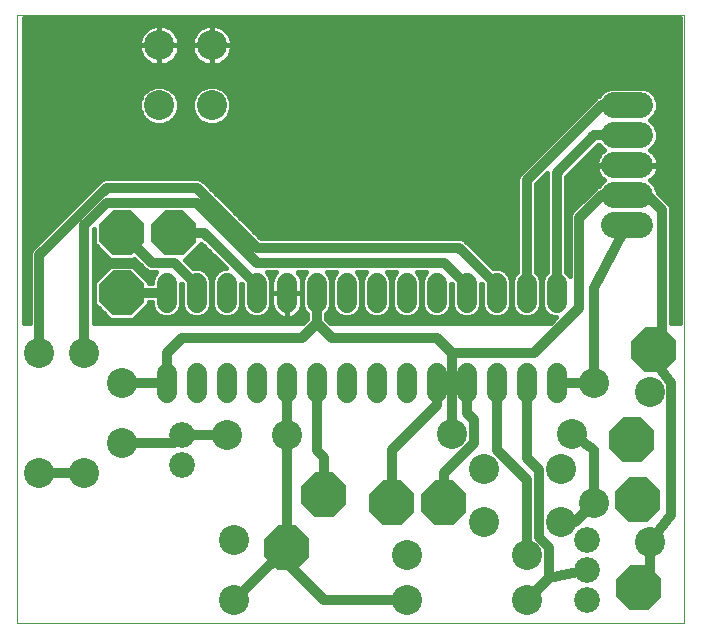
<source format=gbl>
G75*
G71*
%OFA0B0*%
%FSLAX33Y33*%
%IPPOS*%
%LPD*%
%AMOC8*
5,1,8,0,0,1.08239X$1,22.5*
%
%ADD10C, 0.000*%
%ADD11C, 2.540*%
%ADD12C, 2.184*%
%ADD13C, 1.676*%
%ADD14C, 2.184*%
%ADD15OC8, 3.810*%
%ADD16C, 0.406*%
%ADD17C, 0.813*%
D10*
X-059055Y002540D02*
X-002540Y002540D01*
X-002540Y053975D01*
X-059055Y053975D01*
X-059055Y002540D01*
D11*
X-040640Y004445D03*
X-026035Y004445D03*
X-015875Y004445D03*
X-015875Y008255D03*
X-026035Y008255D03*
X-005461Y009398D03*
X-040640Y009525D03*
X-019507Y011074D03*
X-013005Y011074D03*
X-010160Y012700D03*
X-053340Y015240D03*
X-057150Y015240D03*
X-019507Y015596D03*
X-013005Y015596D03*
X-050165Y017780D03*
X-041275Y018415D03*
X-036195Y018415D03*
X-022225Y018542D03*
X-012065Y018542D03*
X-005461Y022098D03*
X-010160Y022860D03*
X-050165Y022860D03*
X-053340Y025400D03*
X-057150Y025400D03*
X-046990Y046355D03*
X-042545Y046355D03*
X-042545Y051435D03*
X-046990Y051435D03*
D12*
X-008458Y046355D02*
X-006274Y046355D01*
X-006274Y043815D02*
X-008458Y043815D01*
X-008458Y041275D02*
X-006274Y041275D01*
X-006274Y038735D02*
X-008458Y038735D01*
X-008458Y036195D02*
X-006274Y036195D01*
D13*
X-013335Y031318D02*
X-013335Y029642D01*
X-015875Y029642D02*
X-015875Y031318D01*
X-018415Y031318D02*
X-018415Y029642D01*
X-020955Y029642D02*
X-020955Y031318D01*
X-023495Y031318D02*
X-023495Y029642D01*
X-026035Y029642D02*
X-026035Y031318D01*
X-028575Y031318D02*
X-028575Y029642D01*
X-031115Y029642D02*
X-031115Y031318D01*
X-033655Y031318D02*
X-033655Y029642D01*
X-036195Y029642D02*
X-036195Y031318D01*
X-038735Y031318D02*
X-038735Y029642D01*
X-041275Y029642D02*
X-041275Y031318D01*
X-043815Y031318D02*
X-043815Y029642D01*
X-046355Y029642D02*
X-046355Y031318D01*
X-046355Y023698D02*
X-046355Y022022D01*
X-043815Y022022D02*
X-043815Y023698D01*
X-041275Y023698D02*
X-041275Y022022D01*
X-038735Y022022D02*
X-038735Y023698D01*
X-036195Y023698D02*
X-036195Y022022D01*
X-033655Y022022D02*
X-033655Y023698D01*
X-031115Y023698D02*
X-031115Y022022D01*
X-028575Y022022D02*
X-028575Y023698D01*
X-026035Y023698D02*
X-026035Y022022D01*
X-023495Y022022D02*
X-023495Y023698D01*
X-020955Y023698D02*
X-020955Y022022D01*
X-018415Y022022D02*
X-018415Y023698D01*
X-015875Y023698D02*
X-015875Y022022D01*
X-013335Y022022D02*
X-013335Y023698D01*
D14*
X-045085Y018415D03*
X-045085Y015875D03*
X-010795Y009525D03*
X-010795Y006985D03*
X-010795Y004445D03*
D15*
X-006350Y005461D03*
X-036195Y008890D03*
X-027305Y012700D03*
X-022860Y012700D03*
X-033020Y013335D03*
X-006477Y012954D03*
X-006985Y018034D03*
X-005080Y025654D03*
X-050165Y030480D03*
X-050165Y035560D03*
X-045720Y035560D03*
D16*
X-043409Y034639D02*
X-043409Y034603D01*
X-044763Y033249D01*
X-044799Y033249D01*
X-044098Y032548D01*
X-044063Y032563D01*
X-043567Y032563D01*
X-043110Y032373D01*
X-042760Y032023D01*
X-042570Y031566D01*
X-042570Y029394D01*
X-042760Y028937D01*
X-043110Y028587D01*
X-043567Y028397D01*
X-044063Y028397D01*
X-044520Y028587D01*
X-044870Y028937D01*
X-045060Y029394D01*
X-045060Y031210D01*
X-045110Y031261D01*
X-045110Y029394D01*
X-045300Y028937D01*
X-045650Y028587D01*
X-046107Y028397D01*
X-046603Y028397D01*
X-047060Y028587D01*
X-047410Y028937D01*
X-047600Y029394D01*
X-047600Y029667D01*
X-047854Y029667D01*
X-047854Y029523D01*
X-049208Y028169D01*
X-051122Y028169D01*
X-052476Y029523D01*
X-052476Y031437D01*
X-051122Y032791D01*
X-049208Y032791D01*
X-047854Y031437D01*
X-047854Y031293D01*
X-047600Y031293D01*
X-047600Y031566D01*
X-047410Y032023D01*
X-047226Y032207D01*
X-047787Y032207D01*
X-048085Y032331D01*
X-049105Y033351D01*
X-049208Y033249D01*
X-051122Y033249D01*
X-052476Y034603D01*
X-052476Y035909D01*
X-052527Y035858D01*
X-052527Y027940D01*
X-034804Y027940D01*
X-034468Y028277D01*
X-034468Y028694D01*
X-034710Y028937D01*
X-034900Y029394D01*
X-034900Y031566D01*
X-034710Y032023D01*
X-034526Y032207D01*
X-035252Y032207D01*
X-035207Y032162D01*
X-035087Y031997D01*
X-034995Y031815D01*
X-034931Y031622D01*
X-034900Y031420D01*
X-034900Y030480D01*
X-034900Y029540D01*
X-034931Y029338D01*
X-034995Y029145D01*
X-035087Y028963D01*
X-035207Y028798D01*
X-035351Y028654D01*
X-035516Y028534D01*
X-035698Y028441D01*
X-035892Y028378D01*
X-036093Y028346D01*
X-036195Y028346D01*
X-036195Y030480D01*
X-037490Y030480D01*
X-037490Y031420D01*
X-037459Y031622D01*
X-037395Y031815D01*
X-037303Y031997D01*
X-037183Y032162D01*
X-037138Y032207D01*
X-037864Y032207D01*
X-037680Y032023D01*
X-037490Y031566D01*
X-037490Y029394D01*
X-037680Y028937D01*
X-038030Y028587D01*
X-038487Y028397D01*
X-038983Y028397D01*
X-039440Y028587D01*
X-039790Y028937D01*
X-039980Y029394D01*
X-039980Y031210D01*
X-040030Y031261D01*
X-040030Y029394D01*
X-040220Y028937D01*
X-040570Y028587D01*
X-041027Y028397D01*
X-041523Y028397D01*
X-041980Y028587D01*
X-042330Y028937D01*
X-042520Y029394D01*
X-042520Y031566D01*
X-042330Y032023D01*
X-041980Y032373D01*
X-041523Y032563D01*
X-041332Y032563D01*
X-043409Y034639D01*
X-043595Y034417D02*
X-043186Y034417D01*
X-042781Y034012D02*
X-044000Y034012D01*
X-044404Y033607D02*
X-042376Y033607D01*
X-041971Y033202D02*
X-044752Y033202D01*
X-044347Y032797D02*
X-041566Y032797D01*
X-041935Y032392D02*
X-043155Y032392D01*
X-042745Y031987D02*
X-042345Y031987D01*
X-042513Y031582D02*
X-042577Y031582D01*
X-042570Y031177D02*
X-042520Y031177D01*
X-042520Y030772D02*
X-042570Y030772D01*
X-042570Y030367D02*
X-042520Y030367D01*
X-042520Y029963D02*
X-042570Y029963D01*
X-042570Y029558D02*
X-042520Y029558D01*
X-042420Y029153D02*
X-042670Y029153D01*
X-042949Y028748D02*
X-042141Y028748D01*
X-040409Y028748D02*
X-039601Y028748D01*
X-039880Y029153D02*
X-040130Y029153D01*
X-040030Y029558D02*
X-039980Y029558D01*
X-039980Y029963D02*
X-040030Y029963D01*
X-040030Y030367D02*
X-039980Y030367D01*
X-039980Y030772D02*
X-040030Y030772D01*
X-040030Y031177D02*
X-039980Y031177D01*
X-037665Y031987D02*
X-037308Y031987D01*
X-037465Y031582D02*
X-037497Y031582D01*
X-037490Y031177D02*
X-037490Y031177D01*
X-037490Y030772D02*
X-037490Y030772D01*
X-037490Y030480D02*
X-036195Y030480D01*
X-036195Y030480D01*
X-036195Y028346D01*
X-036297Y028346D01*
X-036498Y028378D01*
X-036692Y028441D01*
X-036874Y028534D01*
X-037039Y028654D01*
X-037183Y028798D01*
X-037303Y028963D01*
X-037395Y029145D01*
X-037459Y029338D01*
X-037490Y029540D01*
X-037490Y030480D01*
X-037490Y030367D02*
X-037490Y030367D01*
X-037490Y029963D02*
X-037490Y029963D01*
X-037490Y029558D02*
X-037490Y029558D01*
X-037398Y029153D02*
X-037590Y029153D01*
X-037869Y028748D02*
X-037133Y028748D01*
X-036195Y028748D02*
X-036195Y028748D01*
X-036195Y029153D02*
X-036195Y029153D01*
X-036195Y029558D02*
X-036195Y029558D01*
X-036195Y029963D02*
X-036195Y029963D01*
X-036195Y030367D02*
X-036195Y030367D01*
X-036195Y030480D02*
X-036195Y030480D01*
X-036195Y030480D01*
X-034900Y030480D01*
X-036195Y030480D01*
X-034900Y030367D02*
X-034900Y030367D01*
X-034900Y029963D02*
X-034900Y029963D01*
X-034900Y029558D02*
X-034900Y029558D01*
X-034992Y029153D02*
X-034800Y029153D01*
X-034521Y028748D02*
X-035257Y028748D01*
X-034468Y028343D02*
X-049033Y028343D01*
X-048628Y028748D02*
X-047221Y028748D01*
X-047500Y029153D02*
X-048223Y029153D01*
X-047854Y029558D02*
X-047600Y029558D01*
X-045489Y028748D02*
X-044681Y028748D01*
X-044960Y029153D02*
X-045210Y029153D01*
X-045110Y029558D02*
X-045060Y029558D01*
X-045060Y029963D02*
X-045110Y029963D01*
X-045110Y030367D02*
X-045060Y030367D01*
X-045060Y030772D02*
X-045110Y030772D01*
X-045110Y031177D02*
X-045060Y031177D01*
X-047425Y031987D02*
X-048403Y031987D01*
X-048146Y032392D02*
X-048808Y032392D01*
X-048551Y032797D02*
X-052527Y032797D01*
X-052527Y033202D02*
X-048956Y033202D01*
X-051481Y033607D02*
X-052527Y033607D01*
X-052527Y034012D02*
X-051885Y034012D01*
X-052290Y034417D02*
X-052527Y034417D01*
X-052527Y034821D02*
X-052476Y034821D01*
X-052476Y035226D02*
X-052527Y035226D01*
X-052527Y035631D02*
X-052476Y035631D01*
X-055513Y036441D02*
X-058420Y036441D01*
X-058420Y036036D02*
X-055918Y036036D01*
X-056323Y035631D02*
X-058420Y035631D01*
X-058420Y035226D02*
X-056728Y035226D01*
X-057133Y034821D02*
X-058420Y034821D01*
X-058420Y034417D02*
X-057538Y034417D01*
X-057610Y034344D02*
X-051895Y040059D01*
X-051597Y040183D01*
X-043653Y040183D01*
X-043355Y040059D01*
X-043126Y039830D01*
X-038398Y035103D01*
X-021428Y035103D01*
X-021130Y034979D01*
X-020901Y034750D01*
X-018698Y032548D01*
X-018663Y032563D01*
X-018167Y032563D01*
X-017710Y032373D01*
X-017360Y032023D01*
X-017170Y031566D01*
X-017170Y029394D01*
X-017360Y028937D01*
X-017710Y028587D01*
X-018167Y028397D01*
X-018663Y028397D01*
X-019120Y028587D01*
X-019470Y028937D01*
X-019660Y029394D01*
X-019660Y031210D01*
X-019710Y031261D01*
X-019710Y029394D01*
X-019900Y028937D01*
X-020250Y028587D01*
X-020707Y028397D01*
X-021203Y028397D01*
X-021660Y028587D01*
X-022010Y028937D01*
X-022200Y029394D01*
X-022200Y031210D01*
X-022250Y031261D01*
X-022250Y029394D01*
X-022440Y028937D01*
X-022790Y028587D01*
X-023247Y028397D01*
X-023743Y028397D01*
X-024200Y028587D01*
X-024550Y028937D01*
X-024740Y029394D01*
X-024740Y031566D01*
X-024550Y032023D01*
X-024366Y032207D01*
X-025164Y032207D01*
X-024980Y032023D01*
X-024790Y031566D01*
X-024790Y029394D01*
X-024980Y028937D01*
X-025330Y028587D01*
X-025787Y028397D01*
X-026283Y028397D01*
X-026740Y028587D01*
X-027090Y028937D01*
X-027280Y029394D01*
X-027280Y031566D01*
X-027090Y032023D01*
X-026906Y032207D01*
X-027704Y032207D01*
X-027520Y032023D01*
X-027330Y031566D01*
X-027330Y029394D01*
X-027520Y028937D01*
X-027870Y028587D01*
X-028327Y028397D01*
X-028823Y028397D01*
X-029280Y028587D01*
X-029630Y028937D01*
X-029820Y029394D01*
X-029820Y031566D01*
X-029630Y032023D01*
X-029446Y032207D01*
X-030244Y032207D01*
X-030060Y032023D01*
X-029870Y031566D01*
X-029870Y029394D01*
X-030060Y028937D01*
X-030410Y028587D01*
X-030867Y028397D01*
X-031363Y028397D01*
X-031820Y028587D01*
X-032170Y028937D01*
X-032360Y029394D01*
X-032360Y031566D01*
X-032170Y032023D01*
X-031986Y032207D01*
X-032784Y032207D01*
X-032600Y032023D01*
X-032410Y031566D01*
X-032410Y029394D01*
X-032600Y028937D01*
X-032842Y028694D01*
X-032842Y028277D01*
X-032506Y027940D01*
X-013849Y027940D01*
X-013392Y028397D01*
X-013583Y028397D01*
X-014040Y028587D01*
X-014390Y028937D01*
X-014580Y029394D01*
X-014580Y031566D01*
X-014390Y032023D01*
X-014148Y032266D01*
X-014148Y040583D01*
X-015062Y039668D01*
X-015062Y032266D01*
X-014820Y032023D01*
X-014630Y031566D01*
X-014630Y029394D01*
X-014820Y028937D01*
X-015170Y028587D01*
X-015627Y028397D01*
X-016123Y028397D01*
X-016580Y028587D01*
X-016930Y028937D01*
X-017120Y029394D01*
X-017120Y031566D01*
X-016930Y032023D01*
X-016688Y032266D01*
X-016688Y040167D01*
X-016564Y040465D01*
X-010214Y046815D01*
X-009985Y047044D01*
X-009755Y047139D01*
X-009729Y047204D01*
X-009307Y047625D01*
X-008756Y047854D01*
X-005976Y047854D01*
X-005425Y047625D01*
X-005003Y047204D01*
X-004775Y046653D01*
X-004775Y046057D01*
X-005003Y045506D01*
X-005424Y045085D01*
X-005003Y044664D01*
X-004775Y044113D01*
X-004775Y043517D01*
X-005003Y042966D01*
X-005408Y042561D01*
X-005264Y042457D01*
X-005092Y042284D01*
X-004949Y042087D01*
X-004838Y041870D01*
X-004763Y041638D01*
X-004724Y041397D01*
X-004724Y041326D01*
X-007315Y041326D01*
X-007315Y041224D01*
X-004724Y041224D01*
X-004724Y041153D01*
X-004763Y040912D01*
X-004838Y040680D01*
X-004949Y040463D01*
X-005092Y040266D01*
X-005264Y040093D01*
X-005408Y039989D01*
X-005003Y039584D01*
X-004775Y039033D01*
X-004775Y038945D01*
X-003985Y038154D01*
X-003756Y037925D01*
X-003632Y037627D01*
X-003632Y027940D01*
X-002921Y027940D01*
X-002921Y053721D01*
X-058420Y053721D01*
X-058420Y027940D01*
X-057963Y027940D01*
X-057963Y033817D01*
X-057839Y034115D01*
X-057610Y034344D01*
X-057882Y034012D02*
X-058420Y034012D01*
X-058420Y033607D02*
X-057963Y033607D01*
X-057963Y033202D02*
X-058420Y033202D01*
X-058420Y032797D02*
X-057963Y032797D01*
X-057963Y032392D02*
X-058420Y032392D01*
X-058420Y031987D02*
X-057963Y031987D01*
X-057963Y031582D02*
X-058420Y031582D01*
X-058420Y031177D02*
X-057963Y031177D01*
X-057963Y030772D02*
X-058420Y030772D01*
X-058420Y030367D02*
X-057963Y030367D01*
X-057963Y029963D02*
X-058420Y029963D01*
X-058420Y029558D02*
X-057963Y029558D01*
X-057963Y029153D02*
X-058420Y029153D01*
X-058420Y028748D02*
X-057963Y028748D01*
X-057963Y028343D02*
X-058420Y028343D01*
X-052527Y028343D02*
X-051297Y028343D01*
X-051702Y028748D02*
X-052527Y028748D01*
X-052527Y029153D02*
X-052107Y029153D01*
X-052476Y029558D02*
X-052527Y029558D01*
X-052527Y029963D02*
X-052476Y029963D01*
X-052476Y030367D02*
X-052527Y030367D01*
X-052527Y030772D02*
X-052476Y030772D01*
X-052476Y031177D02*
X-052527Y031177D01*
X-052527Y031582D02*
X-052332Y031582D01*
X-052527Y031987D02*
X-051927Y031987D01*
X-051522Y032392D02*
X-052527Y032392D01*
X-047998Y031582D02*
X-047593Y031582D01*
X-035082Y031987D02*
X-034725Y031987D01*
X-034893Y031582D02*
X-034925Y031582D01*
X-034900Y031177D02*
X-034900Y031177D01*
X-034900Y030772D02*
X-034900Y030772D01*
X-032410Y030772D02*
X-032360Y030772D01*
X-032360Y030367D02*
X-032410Y030367D01*
X-032410Y029963D02*
X-032360Y029963D01*
X-032360Y029558D02*
X-032410Y029558D01*
X-032510Y029153D02*
X-032260Y029153D01*
X-031981Y028748D02*
X-032789Y028748D01*
X-032842Y028343D02*
X-013446Y028343D01*
X-014201Y028748D02*
X-015009Y028748D01*
X-014730Y029153D02*
X-014480Y029153D01*
X-014580Y029558D02*
X-014630Y029558D01*
X-014630Y029963D02*
X-014580Y029963D01*
X-014580Y030367D02*
X-014630Y030367D01*
X-014630Y030772D02*
X-014580Y030772D01*
X-014580Y031177D02*
X-014630Y031177D01*
X-014637Y031582D02*
X-014573Y031582D01*
X-014405Y031987D02*
X-014805Y031987D01*
X-015062Y032392D02*
X-014148Y032392D01*
X-014148Y032797D02*
X-015062Y032797D01*
X-015062Y033202D02*
X-014148Y033202D01*
X-014148Y033607D02*
X-015062Y033607D01*
X-015062Y034012D02*
X-014148Y034012D01*
X-014148Y034417D02*
X-015062Y034417D01*
X-015062Y034821D02*
X-014148Y034821D01*
X-014148Y035226D02*
X-015062Y035226D01*
X-015062Y035631D02*
X-014148Y035631D01*
X-014148Y036036D02*
X-015062Y036036D01*
X-015062Y036441D02*
X-014148Y036441D01*
X-014148Y036846D02*
X-015062Y036846D01*
X-015062Y037251D02*
X-014148Y037251D01*
X-014148Y037656D02*
X-015062Y037656D01*
X-015062Y038061D02*
X-014148Y038061D01*
X-014148Y038466D02*
X-015062Y038466D01*
X-015062Y038870D02*
X-014148Y038870D01*
X-014148Y039275D02*
X-015062Y039275D01*
X-015050Y039680D02*
X-014148Y039680D01*
X-014148Y040085D02*
X-014645Y040085D01*
X-014241Y040490D02*
X-014148Y040490D01*
X-012522Y040303D02*
X-012522Y032266D01*
X-012280Y032023D01*
X-012243Y031934D01*
X-012243Y036992D01*
X-012119Y037290D01*
X-010214Y039195D01*
X-009985Y039424D01*
X-009755Y039519D01*
X-009729Y039584D01*
X-009324Y039989D01*
X-009468Y040093D01*
X-009640Y040266D01*
X-009783Y040463D01*
X-009894Y040680D01*
X-009969Y040912D01*
X-010008Y041153D01*
X-010008Y041224D01*
X-007417Y041224D01*
X-007417Y041326D01*
X-010008Y041326D01*
X-010008Y041397D01*
X-009969Y041638D01*
X-009894Y041870D01*
X-009783Y042087D01*
X-009640Y042284D01*
X-009468Y042457D01*
X-009324Y042561D01*
X-009729Y042966D01*
X-009744Y043002D01*
X-009823Y043002D01*
X-012522Y040303D01*
X-012522Y040085D02*
X-009456Y040085D01*
X-009632Y039680D02*
X-012522Y039680D01*
X-012522Y039275D02*
X-010134Y039275D01*
X-010539Y038870D02*
X-012522Y038870D01*
X-012522Y038466D02*
X-010944Y038466D01*
X-011349Y038061D02*
X-012522Y038061D01*
X-012522Y037656D02*
X-011754Y037656D01*
X-012135Y037251D02*
X-012522Y037251D01*
X-012522Y036846D02*
X-012243Y036846D01*
X-012243Y036441D02*
X-012522Y036441D01*
X-012522Y036036D02*
X-012243Y036036D01*
X-012243Y035631D02*
X-012522Y035631D01*
X-012522Y035226D02*
X-012243Y035226D01*
X-012243Y034821D02*
X-012522Y034821D01*
X-012522Y034417D02*
X-012243Y034417D01*
X-012243Y034012D02*
X-012522Y034012D01*
X-012522Y033607D02*
X-012243Y033607D01*
X-012243Y033202D02*
X-012522Y033202D01*
X-012522Y032797D02*
X-012243Y032797D01*
X-012243Y032392D02*
X-012522Y032392D01*
X-012265Y031987D02*
X-012243Y031987D01*
X-016688Y032392D02*
X-017755Y032392D01*
X-017345Y031987D02*
X-016945Y031987D01*
X-017113Y031582D02*
X-017177Y031582D01*
X-017170Y031177D02*
X-017120Y031177D01*
X-017120Y030772D02*
X-017170Y030772D01*
X-017170Y030367D02*
X-017120Y030367D01*
X-017120Y029963D02*
X-017170Y029963D01*
X-017170Y029558D02*
X-017120Y029558D01*
X-017020Y029153D02*
X-017270Y029153D01*
X-017549Y028748D02*
X-016741Y028748D01*
X-019281Y028748D02*
X-020089Y028748D01*
X-019810Y029153D02*
X-019560Y029153D01*
X-019660Y029558D02*
X-019710Y029558D01*
X-019710Y029963D02*
X-019660Y029963D01*
X-019660Y030367D02*
X-019710Y030367D01*
X-019710Y030772D02*
X-019660Y030772D01*
X-019660Y031177D02*
X-019710Y031177D01*
X-022200Y031177D02*
X-022250Y031177D01*
X-022250Y030772D02*
X-022200Y030772D01*
X-022200Y030367D02*
X-022250Y030367D01*
X-022250Y029963D02*
X-022200Y029963D01*
X-022200Y029558D02*
X-022250Y029558D01*
X-022350Y029153D02*
X-022100Y029153D01*
X-021821Y028748D02*
X-022629Y028748D01*
X-024361Y028748D02*
X-025169Y028748D01*
X-024890Y029153D02*
X-024640Y029153D01*
X-024740Y029558D02*
X-024790Y029558D01*
X-024790Y029963D02*
X-024740Y029963D01*
X-024740Y030367D02*
X-024790Y030367D01*
X-024790Y030772D02*
X-024740Y030772D01*
X-024740Y031177D02*
X-024790Y031177D01*
X-024797Y031582D02*
X-024733Y031582D01*
X-024565Y031987D02*
X-024965Y031987D01*
X-027105Y031987D02*
X-027505Y031987D01*
X-027337Y031582D02*
X-027273Y031582D01*
X-027280Y031177D02*
X-027330Y031177D01*
X-027330Y030772D02*
X-027280Y030772D01*
X-027280Y030367D02*
X-027330Y030367D01*
X-027330Y029963D02*
X-027280Y029963D01*
X-027280Y029558D02*
X-027330Y029558D01*
X-027430Y029153D02*
X-027180Y029153D01*
X-026901Y028748D02*
X-027709Y028748D01*
X-029441Y028748D02*
X-030249Y028748D01*
X-029970Y029153D02*
X-029720Y029153D01*
X-029820Y029558D02*
X-029870Y029558D01*
X-029870Y029963D02*
X-029820Y029963D01*
X-029820Y030367D02*
X-029870Y030367D01*
X-029870Y030772D02*
X-029820Y030772D01*
X-029820Y031177D02*
X-029870Y031177D01*
X-029877Y031582D02*
X-029813Y031582D01*
X-029645Y031987D02*
X-030045Y031987D01*
X-032185Y031987D02*
X-032585Y031987D01*
X-032417Y031582D02*
X-032353Y031582D01*
X-032360Y031177D02*
X-032410Y031177D01*
X-003632Y031177D02*
X-002921Y031177D01*
X-002921Y030772D02*
X-003632Y030772D01*
X-003632Y030367D02*
X-002921Y030367D01*
X-002921Y029963D02*
X-003632Y029963D01*
X-003632Y029558D02*
X-002921Y029558D01*
X-002921Y029153D02*
X-003632Y029153D01*
X-003632Y028748D02*
X-002921Y028748D01*
X-002921Y028343D02*
X-003632Y028343D01*
X-003632Y031582D02*
X-002921Y031582D01*
X-002921Y031987D02*
X-003632Y031987D01*
X-003632Y032392D02*
X-002921Y032392D01*
X-002921Y032797D02*
X-003632Y032797D01*
X-003632Y033202D02*
X-002921Y033202D01*
X-002921Y033607D02*
X-003632Y033607D01*
X-003632Y034012D02*
X-002921Y034012D01*
X-002921Y034417D02*
X-003632Y034417D01*
X-003632Y034821D02*
X-002921Y034821D01*
X-002921Y035226D02*
X-003632Y035226D01*
X-003632Y035631D02*
X-002921Y035631D01*
X-002921Y036036D02*
X-003632Y036036D01*
X-003632Y036441D02*
X-002921Y036441D01*
X-002921Y036846D02*
X-003632Y036846D01*
X-003632Y037251D02*
X-002921Y037251D01*
X-002921Y037656D02*
X-003644Y037656D01*
X-003891Y038061D02*
X-002921Y038061D01*
X-002921Y038466D02*
X-004296Y038466D01*
X-004701Y038870D02*
X-002921Y038870D01*
X-002921Y039275D02*
X-004876Y039275D01*
X-005100Y039680D02*
X-002921Y039680D01*
X-002921Y040085D02*
X-005276Y040085D01*
X-004935Y040490D02*
X-002921Y040490D01*
X-002921Y040895D02*
X-004768Y040895D01*
X-004784Y041705D02*
X-002921Y041705D01*
X-002921Y042110D02*
X-004965Y042110D01*
X-005344Y042515D02*
X-002921Y042515D01*
X-002921Y042919D02*
X-005050Y042919D01*
X-004855Y043324D02*
X-002921Y043324D01*
X-002921Y043729D02*
X-004775Y043729D01*
X-004784Y044134D02*
X-002921Y044134D01*
X-002921Y044539D02*
X-004952Y044539D01*
X-005283Y044944D02*
X-002921Y044944D01*
X-002921Y045349D02*
X-005161Y045349D01*
X-004901Y045754D02*
X-002921Y045754D01*
X-002921Y046159D02*
X-004775Y046159D01*
X-004775Y046563D02*
X-002921Y046563D01*
X-002921Y046968D02*
X-004906Y046968D01*
X-005173Y047373D02*
X-002921Y047373D01*
X-002921Y047778D02*
X-005794Y047778D01*
X-002921Y048183D02*
X-058420Y048183D01*
X-058420Y047778D02*
X-047935Y047778D01*
X-047940Y047776D02*
X-047323Y048031D01*
X-046657Y048031D01*
X-046040Y047776D01*
X-045569Y047305D01*
X-045314Y046688D01*
X-045314Y046022D01*
X-045569Y045405D01*
X-046040Y044934D01*
X-046657Y044679D01*
X-047323Y044679D01*
X-047940Y044934D01*
X-048411Y045405D01*
X-048666Y046022D01*
X-048666Y046688D01*
X-048411Y047305D01*
X-047940Y047776D01*
X-048342Y047373D02*
X-058420Y047373D01*
X-058420Y046968D02*
X-048550Y046968D01*
X-048666Y046563D02*
X-058420Y046563D01*
X-058420Y046159D02*
X-048666Y046159D01*
X-048555Y045754D02*
X-058420Y045754D01*
X-058420Y045349D02*
X-048355Y045349D01*
X-047950Y044944D02*
X-058420Y044944D01*
X-058420Y044539D02*
X-012490Y044539D01*
X-012086Y044944D02*
X-041585Y044944D01*
X-041595Y044934D02*
X-042212Y044679D01*
X-042878Y044679D01*
X-043495Y044934D01*
X-043966Y045405D01*
X-044221Y046022D01*
X-044221Y046688D01*
X-043966Y047305D01*
X-043495Y047776D01*
X-042878Y048031D01*
X-042212Y048031D01*
X-041595Y047776D01*
X-041124Y047305D01*
X-040869Y046688D01*
X-040869Y046022D01*
X-041124Y045405D01*
X-041595Y044934D01*
X-041180Y045349D02*
X-011681Y045349D01*
X-011276Y045754D02*
X-040980Y045754D01*
X-040869Y046159D02*
X-010871Y046159D01*
X-010466Y046563D02*
X-040869Y046563D01*
X-040985Y046968D02*
X-010061Y046968D01*
X-009559Y047373D02*
X-041193Y047373D01*
X-041600Y047778D02*
X-008938Y047778D01*
X-043490Y047778D02*
X-046045Y047778D01*
X-045638Y047373D02*
X-043897Y047373D01*
X-044105Y046968D02*
X-045430Y046968D01*
X-045314Y046563D02*
X-044221Y046563D01*
X-044221Y046159D02*
X-045314Y046159D01*
X-045425Y045754D02*
X-044110Y045754D01*
X-043910Y045349D02*
X-045625Y045349D01*
X-046030Y044944D02*
X-043505Y044944D01*
X-058420Y044134D02*
X-012895Y044134D01*
X-013300Y043729D02*
X-058420Y043729D01*
X-058420Y043324D02*
X-013705Y043324D01*
X-014110Y042919D02*
X-058420Y042919D01*
X-058420Y042515D02*
X-014515Y042515D01*
X-014920Y042110D02*
X-058420Y042110D01*
X-058420Y041705D02*
X-015325Y041705D01*
X-015730Y041300D02*
X-058420Y041300D01*
X-058420Y040895D02*
X-016135Y040895D01*
X-016539Y040490D02*
X-058420Y040490D01*
X-058420Y040085D02*
X-051833Y040085D01*
X-052274Y039680D02*
X-058420Y039680D01*
X-058420Y039275D02*
X-052679Y039275D01*
X-053084Y038870D02*
X-058420Y038870D01*
X-058420Y038466D02*
X-053489Y038466D01*
X-053894Y038061D02*
X-058420Y038061D01*
X-058420Y037656D02*
X-054299Y037656D01*
X-054704Y037251D02*
X-058420Y037251D01*
X-058420Y036846D02*
X-055109Y036846D01*
X-040951Y037656D02*
X-016688Y037656D01*
X-016688Y038061D02*
X-041356Y038061D01*
X-041761Y038466D02*
X-016688Y038466D01*
X-016688Y038870D02*
X-042166Y038870D01*
X-042571Y039275D02*
X-016688Y039275D01*
X-016688Y039680D02*
X-042976Y039680D01*
X-043417Y040085D02*
X-016688Y040085D01*
X-012336Y040490D02*
X-009797Y040490D01*
X-009964Y040895D02*
X-011931Y040895D01*
X-011526Y041300D02*
X-007417Y041300D01*
X-007315Y041300D02*
X-002921Y041300D01*
X-009388Y042515D02*
X-010311Y042515D01*
X-009906Y042919D02*
X-009682Y042919D01*
X-009767Y042110D02*
X-010716Y042110D01*
X-011121Y041705D02*
X-009948Y041705D01*
X-016688Y037251D02*
X-040546Y037251D01*
X-040141Y036846D02*
X-016688Y036846D01*
X-016688Y036441D02*
X-039737Y036441D01*
X-039332Y036036D02*
X-016688Y036036D01*
X-016688Y035631D02*
X-038927Y035631D01*
X-038522Y035226D02*
X-016688Y035226D01*
X-016688Y034821D02*
X-020972Y034821D01*
X-020567Y034417D02*
X-016688Y034417D01*
X-016688Y034012D02*
X-020162Y034012D01*
X-019757Y033607D02*
X-016688Y033607D01*
X-016688Y033202D02*
X-019352Y033202D01*
X-018947Y032797D02*
X-016688Y032797D01*
X-002921Y048588D02*
X-058420Y048588D01*
X-058420Y048993D02*
X-002921Y048993D01*
X-002921Y049398D02*
X-058420Y049398D01*
X-058420Y049803D02*
X-047563Y049803D01*
X-047546Y049796D02*
X-047756Y049883D01*
X-047952Y049996D01*
X-048131Y050134D01*
X-048291Y050294D01*
X-048429Y050473D01*
X-048542Y050669D01*
X-048629Y050879D01*
X-048688Y051097D01*
X-048717Y051322D01*
X-048717Y051435D01*
X-048717Y051548D01*
X-048688Y051773D01*
X-048629Y051991D01*
X-048542Y052201D01*
X-048429Y052397D01*
X-048291Y052576D01*
X-048131Y052736D01*
X-047952Y052874D01*
X-047756Y052987D01*
X-047546Y053074D01*
X-047328Y053133D01*
X-047103Y053162D01*
X-046990Y053162D01*
X-046877Y053162D01*
X-046652Y053133D01*
X-046434Y053074D01*
X-046224Y052987D01*
X-046028Y052874D01*
X-045849Y052736D01*
X-045689Y052576D01*
X-045551Y052397D01*
X-045438Y052201D01*
X-045351Y051991D01*
X-045292Y051773D01*
X-045263Y051548D01*
X-045263Y051435D01*
X-045263Y051322D01*
X-045292Y051097D01*
X-045351Y050879D01*
X-045438Y050669D01*
X-045551Y050473D01*
X-045689Y050294D01*
X-045849Y050134D01*
X-046028Y049996D01*
X-046224Y049883D01*
X-046434Y049796D01*
X-046652Y049737D01*
X-046877Y049708D01*
X-046990Y049708D01*
X-047103Y049708D01*
X-047328Y049737D01*
X-047546Y049796D01*
X-046990Y049803D02*
X-046990Y049803D01*
X-046990Y049708D02*
X-046990Y051435D01*
X-046990Y051435D01*
X-046990Y053162D01*
X-046990Y051435D01*
X-048717Y051435D01*
X-046990Y051435D01*
X-046990Y051435D01*
X-046990Y051435D01*
X-045263Y051435D01*
X-046990Y051435D01*
X-046990Y051435D01*
X-046990Y049708D01*
X-046990Y050208D02*
X-046990Y050208D01*
X-046990Y050612D02*
X-046990Y050612D01*
X-046990Y051017D02*
X-046990Y051017D01*
X-046990Y051422D02*
X-046990Y051422D01*
X-046990Y051827D02*
X-046990Y051827D01*
X-046990Y052232D02*
X-046990Y052232D01*
X-046990Y052637D02*
X-046990Y052637D01*
X-046990Y053042D02*
X-046990Y053042D01*
X-047624Y053042D02*
X-058420Y053042D01*
X-058420Y053447D02*
X-002921Y053447D01*
X-002921Y053042D02*
X-041911Y053042D01*
X-041989Y053074D02*
X-041779Y052987D01*
X-041583Y052874D01*
X-041404Y052736D01*
X-041244Y052576D01*
X-041106Y052397D01*
X-040993Y052201D01*
X-040906Y051991D01*
X-040847Y051773D01*
X-040818Y051548D01*
X-040818Y051435D01*
X-040818Y051322D01*
X-040847Y051097D01*
X-040906Y050879D01*
X-040993Y050669D01*
X-041106Y050473D01*
X-041244Y050294D01*
X-041404Y050134D01*
X-041583Y049996D01*
X-041779Y049883D01*
X-041989Y049796D01*
X-042207Y049737D01*
X-042432Y049708D01*
X-042545Y049708D01*
X-042658Y049708D01*
X-042883Y049737D01*
X-043101Y049796D01*
X-043311Y049883D01*
X-043507Y049996D01*
X-043686Y050134D01*
X-043846Y050294D01*
X-043984Y050473D01*
X-044097Y050669D01*
X-044184Y050879D01*
X-044243Y051097D01*
X-044272Y051322D01*
X-044272Y051435D01*
X-044272Y051548D01*
X-044243Y051773D01*
X-044184Y051991D01*
X-044097Y052201D01*
X-043984Y052397D01*
X-043846Y052576D01*
X-043686Y052736D01*
X-043507Y052874D01*
X-043311Y052987D01*
X-043101Y053074D01*
X-042883Y053133D01*
X-042658Y053162D01*
X-042545Y053162D01*
X-042432Y053162D01*
X-042207Y053133D01*
X-041989Y053074D01*
X-042545Y053042D02*
X-042545Y053042D01*
X-042545Y053162D02*
X-042545Y051435D01*
X-042545Y051435D01*
X-042545Y053162D01*
X-042545Y052637D02*
X-042545Y052637D01*
X-042545Y052232D02*
X-042545Y052232D01*
X-042545Y051827D02*
X-042545Y051827D01*
X-042545Y051435D02*
X-042545Y051435D01*
X-044272Y051435D01*
X-042545Y051435D01*
X-042545Y051435D01*
X-040818Y051435D01*
X-042545Y051435D01*
X-042545Y049708D01*
X-042545Y051435D01*
X-042545Y051435D01*
X-042545Y051422D02*
X-042545Y051422D01*
X-042545Y051017D02*
X-042545Y051017D01*
X-042545Y050612D02*
X-042545Y050612D01*
X-042545Y050208D02*
X-042545Y050208D01*
X-042545Y049803D02*
X-042545Y049803D01*
X-043118Y049803D02*
X-046417Y049803D01*
X-045775Y050208D02*
X-043760Y050208D01*
X-044065Y050612D02*
X-045470Y050612D01*
X-045314Y051017D02*
X-044221Y051017D01*
X-044272Y051422D02*
X-045263Y051422D01*
X-045307Y051827D02*
X-044228Y051827D01*
X-044079Y052232D02*
X-045456Y052232D01*
X-045749Y052637D02*
X-043786Y052637D01*
X-043179Y053042D02*
X-046356Y053042D01*
X-048231Y052637D02*
X-058420Y052637D01*
X-058420Y052232D02*
X-048524Y052232D01*
X-048673Y051827D02*
X-058420Y051827D01*
X-058420Y051422D02*
X-048717Y051422D01*
X-048666Y051017D02*
X-058420Y051017D01*
X-058420Y050612D02*
X-048510Y050612D01*
X-048205Y050208D02*
X-058420Y050208D01*
X-041972Y049803D02*
X-002921Y049803D01*
X-002921Y050208D02*
X-041330Y050208D01*
X-041025Y050612D02*
X-002921Y050612D01*
X-002921Y051017D02*
X-040869Y051017D01*
X-040818Y051422D02*
X-002921Y051422D01*
X-002921Y051827D02*
X-040862Y051827D01*
X-041011Y052232D02*
X-002921Y052232D01*
X-002921Y052637D02*
X-041304Y052637D01*
D17*
X-015875Y040005D02*
X-009525Y046355D01*
X-007366Y046355D01*
X-007366Y043815D02*
X-010160Y043815D01*
X-013335Y040640D01*
X-013335Y030480D01*
X-015875Y030480D02*
X-015875Y040005D01*
X-038735Y034290D02*
X-043815Y039370D01*
X-051435Y039370D01*
X-057150Y033655D01*
X-057150Y025400D01*
X-053340Y025400D02*
X-053340Y036195D01*
X-051435Y038100D01*
X-043815Y038100D01*
X-038735Y033020D01*
X-022860Y033020D01*
X-020955Y031115D01*
X-020955Y030480D01*
X-018415Y030480D02*
X-018415Y031115D01*
X-021590Y034290D01*
X-038735Y034290D01*
X-038735Y031115D02*
X-043180Y035560D01*
X-045720Y035560D01*
X-047625Y033020D02*
X-050165Y035560D01*
X-010160Y030861D02*
X-007366Y036195D01*
X-009525Y038735D02*
X-011430Y036830D01*
X-011430Y029210D01*
X-015240Y025400D01*
X-022225Y025400D01*
X-022225Y018542D01*
X-020320Y017780D02*
X-020320Y019685D01*
X-020955Y020320D01*
X-020955Y022860D01*
X-023495Y022860D02*
X-023495Y020955D01*
X-027305Y017145D01*
X-027305Y012700D01*
X-022860Y012700D02*
X-022860Y015240D01*
X-020320Y017780D01*
X-018415Y017145D02*
X-018415Y022860D01*
X-015875Y022860D02*
X-015875Y016510D01*
X-014859Y015494D01*
X-014859Y009779D01*
X-013970Y008890D01*
X-013970Y006350D01*
X-015875Y004445D01*
X-026035Y004445D02*
X-033020Y004445D01*
X-036195Y007620D01*
X-037465Y007620D01*
X-040640Y004445D01*
X-006350Y005461D02*
X-005461Y006350D01*
X-005461Y009398D01*
X-003683Y011684D01*
X-003683Y022860D01*
X-005080Y024765D01*
X-005080Y025654D01*
X-004445Y026289D01*
X-004445Y037465D01*
X-005715Y038735D01*
X-007366Y038735D01*
X-009525Y038735D01*
X-043815Y031115D02*
X-045720Y033020D01*
X-047625Y033020D01*
X-043815Y031115D02*
X-043815Y030480D01*
X-046355Y030480D02*
X-050165Y030480D01*
X-038735Y030480D02*
X-038735Y031115D01*
X-033655Y030480D02*
X-033655Y027940D01*
X-032385Y026670D01*
X-023495Y026670D01*
X-022225Y025400D01*
X-045085Y026670D02*
X-046355Y025400D01*
X-046355Y022860D01*
X-050165Y022860D01*
X-036195Y022860D02*
X-036195Y018415D01*
X-036195Y008890D01*
X-036195Y007620D01*
X-015875Y008255D02*
X-015875Y014605D01*
X-018415Y017145D01*
X-012065Y018542D02*
X-010160Y017145D01*
X-010160Y012700D01*
X-011786Y011074D01*
X-013005Y011074D01*
X-033020Y013335D02*
X-033020Y016510D01*
X-033655Y017145D01*
X-033655Y022860D01*
X-013335Y022860D02*
X-010160Y022860D01*
X-010160Y030861D01*
X-033655Y027940D02*
X-034925Y026670D01*
X-045085Y026670D01*
X-045085Y018415D02*
X-041275Y018415D01*
X-045085Y018415D02*
X-045720Y017780D01*
X-050165Y017780D01*
X-053340Y015240D02*
X-057150Y015240D01*
X-013970Y006350D02*
X-010795Y006985D01*
M02*

</source>
